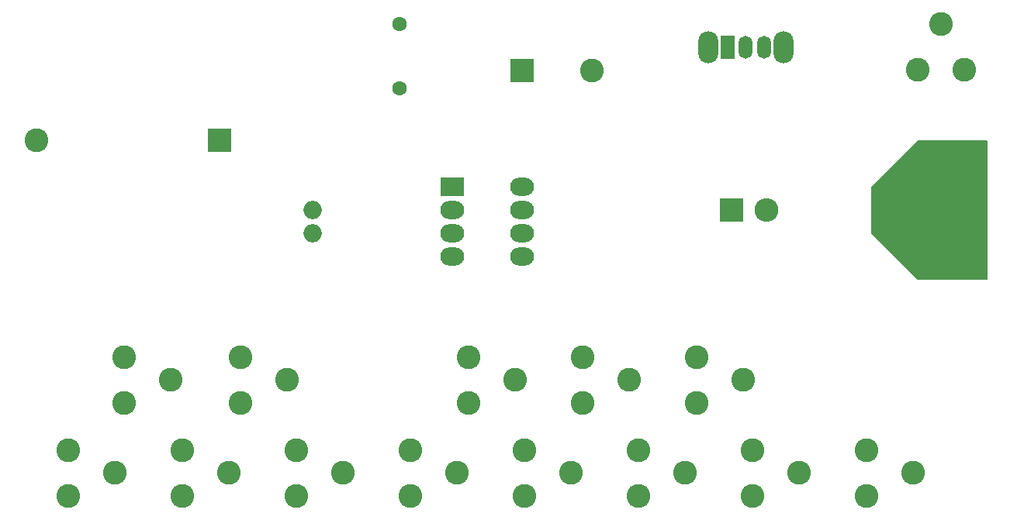
<source format=gbr>
%TF.GenerationSoftware,KiCad,Pcbnew,7.0.10*%
%TF.CreationDate,2024-02-15T17:51:49+01:00*%
%TF.ProjectId,stylophone,7374796c-6f70-4686-9f6e-652e6b696361,rev?*%
%TF.SameCoordinates,Original*%
%TF.FileFunction,Soldermask,Bot*%
%TF.FilePolarity,Negative*%
%FSLAX46Y46*%
G04 Gerber Fmt 4.6, Leading zero omitted, Abs format (unit mm)*
G04 Created by KiCad (PCBNEW 7.0.10) date 2024-02-15 17:51:49*
%MOMM*%
%LPD*%
G01*
G04 APERTURE LIST*
%ADD10C,2.600000*%
%ADD11O,2.200000X3.500000*%
%ADD12R,1.500000X2.500000*%
%ADD13O,1.500000X2.500000*%
%ADD14C,1.600000*%
%ADD15R,2.600000X2.600000*%
%ADD16O,2.000000X2.000000*%
%ADD17R,2.600000X2.000000*%
%ADD18O,2.600000X2.000000*%
%ADD19O,2.600000X2.600000*%
G04 APERTURE END LIST*
D10*
%TO.C,RV_G1*%
X81574000Y-79462000D03*
X86574000Y-76962000D03*
X81574000Y-74462000D03*
%TD*%
%TO.C,RV_F#1*%
X75478000Y-69302000D03*
X80478000Y-66802000D03*
X75478000Y-64302000D03*
%TD*%
%TO.C,RV_G#1*%
X87924000Y-69302000D03*
X92924000Y-66802000D03*
X87924000Y-64302000D03*
%TD*%
D11*
%TO.C,SW1*%
X101600000Y-30480000D03*
X109800000Y-30480000D03*
D12*
X103700000Y-30480000D03*
D13*
X105700000Y-30480000D03*
X107700000Y-30480000D03*
%TD*%
D10*
%TO.C,RV_E1*%
X56682000Y-79462000D03*
X61682000Y-76962000D03*
X56682000Y-74462000D03*
%TD*%
%TO.C,RV2*%
X129500000Y-32940000D03*
X127000000Y-27940000D03*
X124500000Y-32940000D03*
%TD*%
%TO.C,RV_C#1*%
X37886000Y-69302000D03*
X42886000Y-66802000D03*
X37886000Y-64302000D03*
%TD*%
D14*
%TO.C,J1*%
X67870000Y-27940000D03*
X67870000Y-34940000D03*
%TD*%
D10*
%TO.C,RV_F1*%
X69128000Y-79462000D03*
X74128000Y-76962000D03*
X69128000Y-74462000D03*
%TD*%
D15*
%TO.C,BZ1*%
X81280000Y-33020000D03*
D10*
X88880000Y-33020000D03*
%TD*%
%TO.C,RV_B1*%
X106466000Y-79462000D03*
X111466000Y-76962000D03*
X106466000Y-74462000D03*
%TD*%
D16*
%TO.C,C1*%
X58420000Y-50760000D03*
X58420000Y-48260000D03*
%TD*%
D17*
%TO.C,U1*%
X73660000Y-45720000D03*
D18*
X73660000Y-48260000D03*
X73660000Y-50800000D03*
X73660000Y-53340000D03*
X81280000Y-53340000D03*
X81280000Y-50800000D03*
X81280000Y-48260000D03*
X81280000Y-45720000D03*
%TD*%
D10*
%TO.C,RV_D1*%
X44236000Y-79462000D03*
X49236000Y-76962000D03*
X44236000Y-74462000D03*
%TD*%
%TO.C,RV_A#1*%
X100370000Y-69302000D03*
X105370000Y-66802000D03*
X100370000Y-64302000D03*
%TD*%
%TO.C,RV_C1*%
X31790000Y-79462000D03*
X36790000Y-76962000D03*
X31790000Y-74462000D03*
%TD*%
%TO.C,RV_C2*%
X118912000Y-79462000D03*
X123912000Y-76962000D03*
X118912000Y-74462000D03*
%TD*%
D15*
%TO.C,BT1*%
X48260000Y-40640000D03*
D10*
X28260000Y-40640000D03*
%TD*%
%TO.C,RV_A1*%
X94020000Y-79462000D03*
X99020000Y-76962000D03*
X94020000Y-74462000D03*
%TD*%
D15*
%TO.C,D1*%
X104140000Y-48260000D03*
D19*
X107950000Y-48260000D03*
%TD*%
D10*
%TO.C,RV_D#1*%
X50586000Y-69302000D03*
X55586000Y-66802000D03*
X50586000Y-64302000D03*
%TD*%
G36*
X132023039Y-40659685D02*
G01*
X132068794Y-40712489D01*
X132080000Y-40764000D01*
X132080000Y-55756000D01*
X132060315Y-55823039D01*
X132007511Y-55868794D01*
X131956000Y-55880000D01*
X124511362Y-55880000D01*
X124444323Y-55860315D01*
X124423681Y-55843681D01*
X119416319Y-50836319D01*
X119382834Y-50774996D01*
X119380000Y-50748638D01*
X119380000Y-45771362D01*
X119399685Y-45704323D01*
X119416319Y-45683681D01*
X124423681Y-40676319D01*
X124485004Y-40642834D01*
X124511362Y-40640000D01*
X131956000Y-40640000D01*
X132023039Y-40659685D01*
G37*
M02*

</source>
